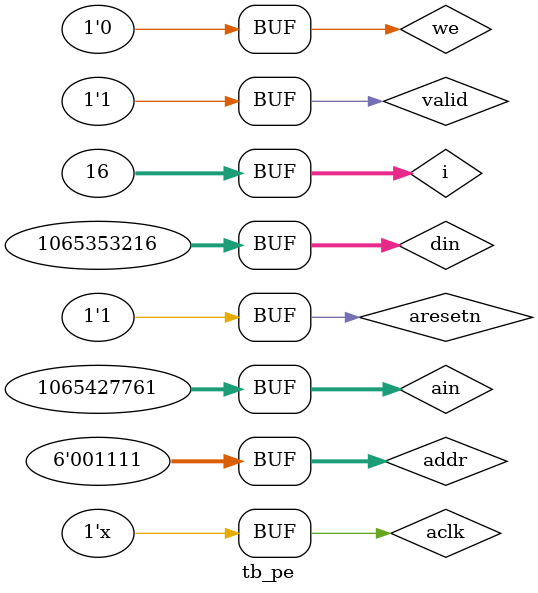
<source format=v>
`timescale 1ns / 1ps


module tb_pe();
    parameter L_RAM_SIZE = 6;

    reg aclk;
    reg aresetn;
    reg [31:0] ain;
    reg [31:0] din;
    reg [L_RAM_SIZE-1:0] addr;
    reg we;
    reg valid;
    wire dvalid;
    wire [31:0] dout;
    
    integer i;
    
    initial begin
        aclk <= 0;
        aresetn = 0;
        #10;
        we = 1;
        ain = 32'h3f812331;
        din = 32'h3f800000;
        valid = 1;
        aresetn = 1;
        
        for(i = 0; i < 16; i = i + 1) begin
            addr = i;
            
            #10;
        end
        
        we = 0;
        
        
        for(i = 0; i < 16; i = i + 1) begin
            addr = i;
            #10;
        end
    end
    
    always #5 aclk = ~aclk;

    my_pe #(6) UUT (
        .aclk(aclk),
        .aresetn(aresetn),
        .ain(ain),
        .din(din),
        .addr(addr),
        .we(we),
        .valid(valid),
        .dvalid(dvalid),
        .dout(dout)
    );
endmodule

</source>
